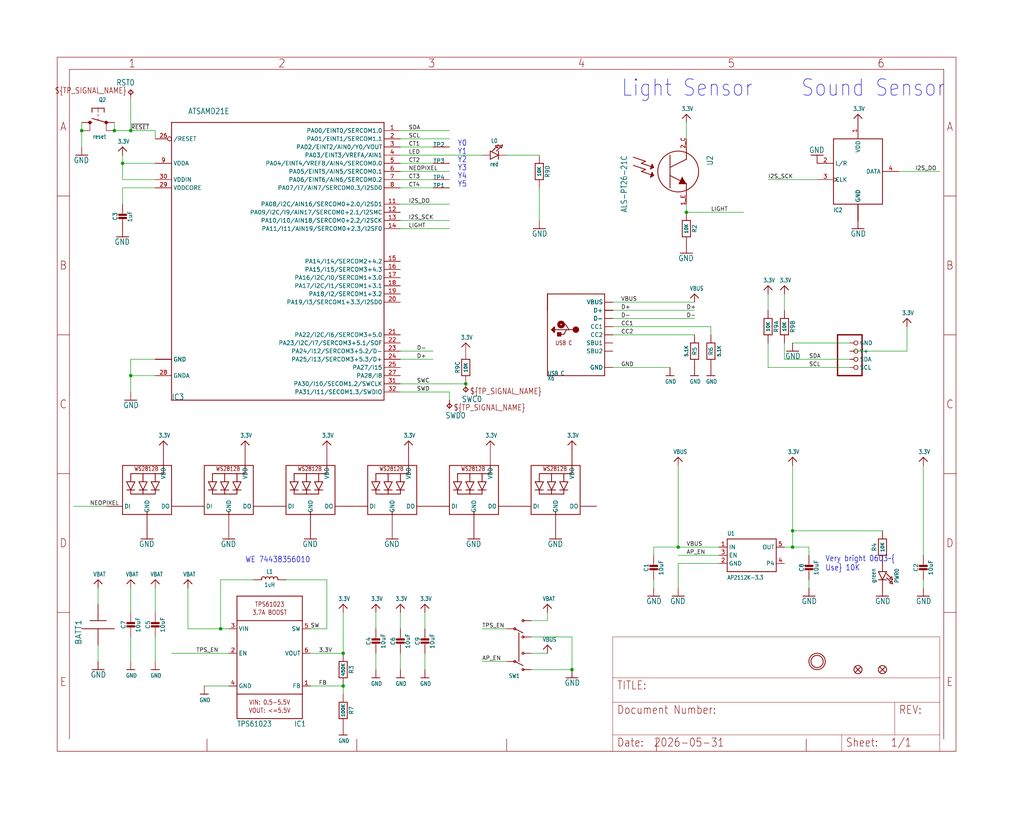
<source format=kicad_sch>
(kicad_sch (version 20230121) (generator eeschema)
  (paper "User" 318.338 254.127)
  (lib_symbols
    (symbol "working-eagle-import:3.3V" (power)
      (property "Value" "3.3V" (at -1.524 1.016 0))
      (symbol "3.3V_1_0"
        (pin power_in line (at 0 -2.54 90) (length 2.54) (name "3.3V") (number "1"))
      )
    )
    (symbol "working-eagle-import:ATSAMD21E"
      (property "Reference" "IC" (at -35.56 -43.18 0))
      (symbol "ATSAMD21E_1_0"
        (pin bidirectional line (at 35.56 40.64 180) (length 5.08) (name "PA00/EINT0/SERCOM1.0") (number "1"))
        (pin power_in line (at -40.64 -30.48 0) (length 5.08) (name "GND") (number "10"))
        (pin bidirectional line (at 35.56 17.78 180) (length 5.08) (name "PA08/I2C/AIN16/SERCOM0+2.0/I2SD1") (number "11"))
        (pin bidirectional line (at 35.56 15.24 180) (length 5.08) (name "PA09/I2C/I9/AIN17/SERCOM0+2.1/I2SMC") (number "12"))
        (pin bidirectional line (at 35.56 12.7 180) (length 5.08) (name "PA10/I10/AIN18/SERCOM0+2.2/I2SCK") (number "13"))
        (pin bidirectional line (at 35.56 10.16 180) (length 5.08) (name "PA11/I11/AIN19/SERCOM0+2.3/I2SF0") (number "14"))
        (pin bidirectional line (at 35.56 0 180) (length 5.08) (name "PA14/I14/SERCOM2+4.2") (number "15"))
        (pin bidirectional line (at 35.56 -2.54 180) (length 5.08) (name "PA15/I15/SERCOM3+4.3") (number "16"))
        (pin bidirectional line (at 35.56 -5.08 180) (length 5.08) (name "PA16/I2C/I0/SERCOM1+3.0") (number "17"))
        (pin bidirectional line (at 35.56 -7.62 180) (length 5.08) (name "PA17/I2C/I1/SERCOM1+3.1") (number "18"))
        (pin bidirectional line (at 35.56 -10.16 180) (length 5.08) (name "PA18/I2/SERCOM1+3.2") (number "19"))
        (pin bidirectional line (at 35.56 38.1 180) (length 5.08) (name "PA01/EINT1/SERCOM1.1") (number "2"))
        (pin bidirectional line (at 35.56 -12.7 180) (length 5.08) (name "PA19/I3/SERCOM1+3.3/I2SD0") (number "20"))
        (pin bidirectional line (at 35.56 -22.86 180) (length 5.08) (name "PA22/I2C/I6/SERCOM3+5.0") (number "21"))
        (pin bidirectional line (at 35.56 -25.4 180) (length 5.08) (name "PA23/I2C/I7/SERCOM3+5.1/SOF") (number "22"))
        (pin bidirectional line (at 35.56 -27.94 180) (length 5.08) (name "PA24/I12/SERCOM3+5.2/D-") (number "23"))
        (pin bidirectional line (at 35.56 -30.48 180) (length 5.08) (name "PA25/I13/SERCOM3+5.3/D+") (number "24"))
        (pin bidirectional line (at 35.56 -33.02 180) (length 5.08) (name "PA27/I15") (number "25"))
        (pin bidirectional inverted (at -40.64 38.1 0) (length 5.08) (name "/RESET") (number "26"))
        (pin bidirectional line (at 35.56 -35.56 180) (length 5.08) (name "PA28/I8") (number "27"))
        (pin power_in line (at -40.64 -35.56 0) (length 5.08) (name "GNDA") (number "28"))
        (pin power_in line (at -40.64 22.86 0) (length 5.08) (name "VDDCORE") (number "29"))
        (pin bidirectional line (at 35.56 35.56 180) (length 5.08) (name "PA02/EINT2/AIN0/Y0/VOUT") (number "3"))
        (pin power_in line (at -40.64 25.4 0) (length 5.08) (name "VDDIN") (number "30"))
        (pin bidirectional line (at 35.56 -38.1 180) (length 5.08) (name "PA30/I10/SECOM1.2/SWCLK") (number "31"))
        (pin bidirectional line (at 35.56 -40.64 180) (length 5.08) (name "PA31/I11/SECOM1.3/SWDIO") (number "32"))
        (pin power_in line (at -40.64 -30.48 0) (length 5.08) (name "GND") (number "33"))
        (pin bidirectional line (at 35.56 33.02 180) (length 5.08) (name "PA03/EINT3/VREFA/AIN1") (number "4"))
        (pin bidirectional line (at 35.56 30.48 180) (length 5.08) (name "PA04/EINT4/VREFB/AIN4/SERCOM0.0") (number "5"))
        (pin bidirectional line (at 35.56 27.94 180) (length 5.08) (name "PA05/EINT5/AIN5/SERCOM0.1") (number "6"))
        (pin bidirectional line (at 35.56 25.4 180) (length 5.08) (name "PA06/EINT6/AIN6/SERCOM0.2") (number "7"))
        (pin bidirectional line (at 35.56 22.86 180) (length 5.08) (name "PA07/I7/AIN7/SERCOM0.3/I2SD0") (number "8"))
        (pin power_in line (at -40.64 30.48 0) (length 5.08) (name "VDDA") (number "9"))
      )
    )
    (symbol "working-eagle-import:BATTERYHOLDER_2XAAA"
      (property "Reference" "BATT" (at -7.62 5.08 0))
      (symbol "BATTERYHOLDER_2XAAA_1_0"
        (pin bidirectional line (at -7.62 0 0) (length 5.08) (name "-") (number "MINUS"))
        (pin bidirectional line (at 5.08 0 180) (length 5.08) (name "+") (number "PLUS"))
      )
    )
    (symbol "working-eagle-import:CAP_CERAMIC0603_NO"
      (property "Reference" "C" (at -2.29 1.25 90))
      (symbol "CAP_CERAMIC0603_NO_1_0"
        (pin passive line (at 0 5.08 270) (length 2.54) (name "1") (number "1"))
        (pin passive line (at 0 -2.54 90) (length 2.54) (name "2") (number "2"))
      )
    )
    (symbol "working-eagle-import:CAP_CERAMIC0805-NOOUTLINE"
      (property "Reference" "C" (at -2.29 1.25 90))
      (symbol "CAP_CERAMIC0805-NOOUTLINE_1_0"
        (pin passive line (at 0 5.08 270) (length 2.54) (name "1") (number "1"))
        (pin passive line (at 0 -2.54 90) (length 2.54) (name "2") (number "2"))
      )
    )
    (symbol "working-eagle-import:FIDUCIAL_1MM")
    (symbol "working-eagle-import:FRAME_A_L"
      (symbol "FRAME_A_L_1_0"
        (text "1" (at 23.2833 213.995 0) (effects (font (size 2.54 2.286))))
        (text "2" (at 69.85 213.995 0) (effects (font (size 2.54 2.286))))
        (text "3" (at 116.4167 213.995 0) (effects (font (size 2.54 2.286))))
        (text "4" (at 162.9833 213.995 0) (effects (font (size 2.54 2.286))))
        (text "5" (at 209.55 213.995 0) (effects (font (size 2.54 2.286))))
        (text "6" (at 256.1167 213.995 0) (effects (font (size 2.54 2.286))))
        (text "A" (at 1.905 194.31 0) (effects (font (size 2.54 2.286))))
        (text "A" (at 277.495 194.31 0) (effects (font (size 2.54 2.286))))
        (text "B" (at 1.905 151.13 0) (effects (font (size 2.54 2.286))))
        (text "B" (at 277.495 151.13 0) (effects (font (size 2.54 2.286))))
        (text "C" (at 1.905 107.95 0) (effects (font (size 2.54 2.286))))
        (text "C" (at 277.495 107.95 0) (effects (font (size 2.54 2.286))))
        (text "D" (at 1.905 64.77 0) (effects (font (size 2.54 2.286))))
        (text "D" (at 277.495 64.77 0) (effects (font (size 2.54 2.286))))
        (text "E" (at 1.905 21.59 0) (effects (font (size 2.54 2.286))))
        (text "E" (at 277.495 21.59 0) (effects (font (size 2.54 2.286))))
      )
      (symbol "FRAME_A_L_2_0"
        (text "${#}/${##}" (at 86.36 1.27 0) (effects (font (size 2.54 2.159)) (justify left bottom)))
        (text "${CURRENT_DATE}" (at 12.7 1.27 0) (effects (font (size 2.54 2.159)) (justify left bottom)))
        (text "${PROJECTNAME}" (at 17.78 19.05 0) (effects (font (size 2.54 2.159)) (justify left bottom)))
        (text "Date:" (at 1.27 1.27 0) (effects (font (size 2.54 2.159)) (justify left bottom)))
        (text "Document Number:" (at 1.27 11.43 0) (effects (font (size 2.54 2.159)) (justify left bottom)))
        (text "REV:" (at 88.9 11.43 0) (effects (font (size 2.54 2.159)) (justify left bottom)))
        (text "Sheet:" (at 72.39 1.27 0) (effects (font (size 2.54 2.159)) (justify left bottom)))
        (text "TITLE:" (at 1.27 19.05 0) (effects (font (size 2.54 2.159)) (justify left bottom)))
      )
    )
    (symbol "working-eagle-import:INDUCTORTDK_VLC5045"
      (property "Reference" "L" (at 0 2.54 0))
      (symbol "INDUCTORTDK_VLC5045_1_0"
        (pin passive line (at -5.08 0 0) (length 2.54) (name "1") (number "P$1"))
        (pin passive line (at 5.08 0 180) (length 2.54) (name "2") (number "P$2"))
      )
    )
    (symbol "working-eagle-import:LED0603_NOOUTLINE"
      (property "Reference" "D" (at -1.27 4.445 0))
      (symbol "LED0603_NOOUTLINE_1_0"
        (pin passive line (at -5.08 0 0) (length 2.54) (name "A") (number "A"))
        (pin passive line (at 2.54 0 180) (length 2.54) (name "C") (number "C"))
      )
    )
    (symbol "working-eagle-import:MIC_PDM_SPK0415"
      (property "Reference" "IC" (at -7.62 -12.7 0))
      (symbol "MIC_PDM_SPK0415_1_0"
        (pin power_in line (at 0 15.24 270) (length 5.08) (name "VDD") (number "1"))
        (pin input line (at -12.7 2.54 0) (length 5.08) (name "L/R") (number "2"))
        (pin input clock (at -12.7 -2.54 0) (length 5.08) (name "CLK") (number "3"))
        (pin bidirectional line (at 12.7 0 180) (length 5.08) (name "DATA") (number "4"))
        (pin power_in line (at 0 -15.24 90) (length 5.08) (name "GND") (number "5"))
        (pin power_in line (at 0 -15.24 90) (length 5.08) (name "GND") (number "6"))
        (pin power_in line (at 0 -15.24 90) (length 5.08) (name "GND") (number "7"))
        (pin power_in line (at 0 -15.24 90) (length 5.08) (name "GND") (number "8"))
      )
    )
    (symbol "working-eagle-import:MOUNTINGHOLE3.0THIN")
    (symbol "working-eagle-import:PHOTOTRANSISTOR_PT26-21C"
      (property "Reference" "U" (at 8.89 5.08 90))
      (symbol "PHOTOTRANSISTOR_PT26-21C_1_0"
        (pin bidirectional line (at 2.54 -10.16 90) (length 2.54) (name "E") (number "1_E"))
        (pin bidirectional line (at 2.54 10.16 270) (length 2.54) (name "C") (number "2_C"))
      )
    )
    (symbol "working-eagle-import:RESISTOR_0603_NOOUT"
      (property "Reference" "R" (at 0 2.54 0))
      (symbol "RESISTOR_0603_NOOUT_1_0"
        (pin passive line (at -5.08 0 0) (length 2.54) (name "1") (number "1"))
        (pin passive line (at 5.08 0 180) (length 2.54) (name "2") (number "2"))
      )
    )
    (symbol "working-eagle-import:RESISTOR_4PACK"
      (property "Reference" "R" (at 0 2.54 0))
      (symbol "RESISTOR_4PACK_1_0"
        (pin passive line (at -5.08 0 0) (length 2.54) (name "1") (number "1"))
        (pin passive line (at 5.08 0 180) (length 2.54) (name "2") (number "8"))
      )
      (symbol "RESISTOR_4PACK_2_0"
        (pin passive line (at -5.08 0 0) (length 2.54) (name "1") (number "2"))
        (pin passive line (at 5.08 0 180) (length 2.54) (name "2") (number "7"))
      )
      (symbol "RESISTOR_4PACK_3_0"
        (pin passive line (at -5.08 0 0) (length 2.54) (name "1") (number "3"))
        (pin passive line (at 5.08 0 180) (length 2.54) (name "2") (number "6"))
      )
      (symbol "RESISTOR_4PACK_4_0"
        (pin passive line (at -5.08 0 0) (length 2.54) (name "1") (number "4"))
        (pin passive line (at 5.08 0 180) (length 2.54) (name "2") (number "5"))
      )
    )
    (symbol "working-eagle-import:SEWTAPPCB_ALLIGATOR"
      (property "Reference" "TP" (at 0 0 0))
      (symbol "SEWTAPPCB_ALLIGATOR_1_0"
        (pin bidirectional line (at 0 0 0) (length 5.08) (name "SEW") (number "P$1"))
      )
    )
    (symbol "working-eagle-import:STEMMA_I2C_QT"
      (symbol "STEMMA_I2C_QT_1_0"
        (pin passive inverted (at 0 5.08 0) (length 2.54) (name "GND") (number "1"))
        (pin passive inverted (at 0 2.54 0) (length 2.54) (name "V+") (number "2"))
        (pin passive inverted (at 0 0 0) (length 2.54) (name "SDA") (number "3"))
        (pin passive inverted (at 0 -2.54 0) (length 2.54) (name "SCL") (number "4"))
      )
      (symbol "STEMMA_I2C_QT_2_0"
        (pin bidirectional line (at 0 0 0) (length 5.08) (name "MT") (number "MT1"))
      )
      (symbol "STEMMA_I2C_QT_3_0"
        (pin bidirectional line (at 0 0 0) (length 5.08) (name "MT") (number "MT2"))
      )
    )
    (symbol "working-eagle-import:SWITCH_DPDTEG1390"
      (property "Reference" "SW" (at -4.445 8.89 0))
      (symbol "SWITCH_DPDTEG1390_1_0"
        (pin passive line (at 2.54 7.62 180) (length 2.54) (name "O1") (number "O1"))
        (pin passive line (at 2.54 -2.54 180) (length 2.54) (name "O2") (number "O2"))
        (pin passive line (at -5.08 5.08 0) (length 2.54) (name "P1") (number "P1"))
        (pin passive line (at -5.08 -5.08 0) (length 2.54) (name "P2") (number "P2"))
        (pin passive line (at 2.54 2.54 180) (length 2.54) (name "S1") (number "S1"))
        (pin passive line (at 2.54 -7.62 180) (length 2.54) (name "S2") (number "S2"))
      )
    )
    (symbol "working-eagle-import:SWITCH_TACT_SMT4.6X2.8"
      (property "Reference" "SW" (at -2.54 6.35 0))
      (symbol "SWITCH_TACT_SMT4.6X2.8_1_0"
        (pin passive line (at -5.08 0 0) (length 2.54) (name "P") (number "A"))
        (pin passive line (at -5.08 -2.54 0) (length 2.54) (name "P1") (number "A'"))
        (pin passive line (at 5.08 0 180) (length 2.54) (name "S") (number "B"))
        (pin passive line (at 5.08 -2.54 180) (length 2.54) (name "S1") (number "B'"))
      )
    )
    (symbol "working-eagle-import:TPS61023"
      (property "Reference" "IC" (at -10.16 22.86 0))
      (symbol "TPS61023_1_0"
        (text "3.7A BOOST" (at 0 15.24 0) (effects (font (size 1.4224 1.209))))
        (text "TPS61023" (at 0 17.78 0) (effects (font (size 1.4224 1.209))))
        (text "VIN: 0.5-5.5V" (at 0 -12.7 0) (effects (font (size 1.4224 1.209))))
        (text "VOUT: <=5.5V" (at 0 -15.24 0) (effects (font (size 1.4224 1.209))))
        (pin input line (at 12.7 -7.62 180) (length 2.54) (name "FB") (number "1"))
        (pin input line (at -12.7 2.54 0) (length 2.54) (name "EN") (number "2"))
        (pin power_in line (at -12.7 10.16 0) (length 2.54) (name "VIN") (number "3"))
        (pin power_in line (at -12.7 -7.62 0) (length 2.54) (name "GND") (number "4"))
        (pin input line (at 12.7 10.16 180) (length 2.54) (name "SW") (number "5"))
        (pin power_in line (at 12.7 2.54 180) (length 2.54) (name "VOUT") (number "6"))
      )
    )
    (symbol "working-eagle-import:TPTP17R"
      (property "Reference" "TP" (at -1.27 1.27 0))
      (symbol "TPTP17R_1_0"
        (text "${TP_SIGNAL_NAME}" (at 1.27 -1.27 0) (effects (font (size 1.778 1.5113)) (justify left bottom)))
        (pin input line (at 0 -2.54 90) (length 2.54) (name "TP") (number "TP"))
      )
    )
    (symbol "working-eagle-import:USB_C"
      (property "Reference" "X" (at -10.16 13.716 0))
      (symbol "USB_C_1_0"
        (text "USB C" (at -5.08 -2.54 0) (effects (font (size 1.27 1.0795))))
        (pin power_in line (at 10.16 -10.16 180) (length 2.54) (name "GND") (number "A1B12"))
        (pin power_in line (at 10.16 10.16 180) (length 2.54) (name "VBUS") (number "A4B9"))
        (pin bidirectional line (at 10.16 2.54 180) (length 2.54) (name "CC1") (number "A5"))
        (pin bidirectional line (at 10.16 7.62 180) (length 2.54) (name "D+") (number "A6"))
        (pin bidirectional line (at 10.16 5.08 180) (length 2.54) (name "D-") (number "A7"))
        (pin bidirectional line (at 10.16 -2.54 180) (length 2.54) (name "SBU1") (number "A8"))
        (pin power_in line (at 10.16 -10.16 180) (length 2.54) (name "GND") (number "B1A12"))
        (pin power_in line (at 10.16 10.16 180) (length 2.54) (name "VBUS") (number "B4A9"))
        (pin bidirectional line (at 10.16 0 180) (length 2.54) (name "CC2") (number "B5"))
        (pin bidirectional line (at 10.16 7.62 180) (length 2.54) (name "D+") (number "B6"))
        (pin bidirectional line (at 10.16 5.08 180) (length 2.54) (name "D-") (number "B7"))
        (pin bidirectional line (at 10.16 -5.08 180) (length 2.54) (name "SBU2") (number "B8"))
      )
    )
    (symbol "working-eagle-import:VBAT" (power)
      (property "Value" "VBAT" (at -1.524 1.016 0))
      (symbol "VBAT_1_0"
        (pin power_in line (at 0 -2.54 90) (length 2.54) (name "VBAT") (number "1"))
      )
    )
    (symbol "working-eagle-import:VBUS" (power)
      (property "Value" "VBUS" (at -1.524 1.016 0))
      (symbol "VBUS_1_0"
        (pin power_in line (at 0 -2.54 90) (length 2.54) (name "VBUS") (number "1"))
      )
    )
    (symbol "working-eagle-import:VREG_SOT23-5"
      (property "Reference" "U" (at -7.62 6.096 0))
      (symbol "VREG_SOT23-5_1_0"
        (pin power_in line (at -10.16 2.54 0) (length 2.54) (name "IN") (number "1"))
        (pin power_in line (at -10.16 -2.54 0) (length 2.54) (name "GND") (number "2"))
        (pin input line (at -10.16 0 0) (length 2.54) (name "EN") (number "3"))
        (pin bidirectional line (at 10.16 -2.54 180) (length 2.54) (name "P4") (number "4"))
        (pin power_in line (at 10.16 2.54 180) (length 2.54) (name "OUT") (number "5"))
      )
    )
    (symbol "working-eagle-import:WS2812B_4020"
      (symbol "WS2812B_4020_1_0"
        (text "WS2812B" (at -4.064 8.382 0) (effects (font (size 1.27 1.0795)) (justify left bottom)))
        (pin input line (at -12.7 -2.54 0) (length 5.08) (name "DI") (number "1"))
        (pin power_in line (at 5.08 15.24 270) (length 5.08) (name "VDD") (number "2"))
        (pin output line (at 12.7 -2.54 180) (length 5.08) (name "DO") (number "3"))
        (pin power_in line (at 0 -10.16 90) (length 5.08) (name "GND") (number "4"))
      )
    )
    (symbol "working-eagle-import:microbuilder_GND" (power)
      (property "Value" "microbuilder_GND" (at -1.524 -2.54 0))
      (symbol "microbuilder_GND_1_0"
        (pin power_in line (at 0 2.54 270) (length 2.54) (name "GND") (number "1"))
      )
    )
    (symbol "working-eagle-import:supply1_GND" (power)
      (property "Value" "supply1_GND" (at -2.54 -2.54 0))
      (symbol "supply1_GND_1_0"
        (pin power_in line (at 0 2.54 270) (length 2.54) (name "GND") (number "1"))
      )
    )
  )
  (junction (at 213.36 66.04))
  (junction (at 38.1 50.8))
  (junction (at 210.82 170.18))
  (junction (at 246.38 170.18))
  (junction (at 40.64 40.64))
  (junction (at 106.68 213.36))
  (junction (at 68.58 195.58))
  (junction (at 40.64 116.84))
  (junction (at 35.56 40.64))
  (junction (at 25.4 40.64))
  (junction (at 246.38 165.1))
  (junction (at 177.8 208.28))
  (junction (at 144.78 119.38))
  (junction (at 106.68 203.2))
  (wire (pts (xy 190.5 104.14) (xy 215.9 104.14)) (stroke (width 0.1524)))
  (wire (pts (xy 40.64 30.48) (xy 40.64 40.64)) (stroke (width 0.1524)))
  (wire (pts (xy 30.48 187.96) (xy 30.48 182.88)) (stroke (width 0.1524)))
  (wire (pts (xy 124.46 71.12) (xy 139.7 71.12)) (stroke (width 0.1524)))
  (wire (pts (xy 25.4 45.72) (xy 25.4 40.64)) (stroke (width 0.1524)))
  (wire (pts (xy 246.38 170.18) (xy 251.46 170.18)) (stroke (width 0.1524)))
  (wire (pts (xy 208.28 114.3) (xy 190.5 114.3)) (stroke (width 0.1524)))
  (wire (pts (xy 223.52 175.26) (xy 210.82 175.26)) (stroke (width 0.1524)))
  (wire (pts (xy 215.9 93.98) (xy 190.5 93.98)) (stroke (width 0.1524)))
  (wire (pts (xy 106.68 213.36) (xy 106.68 215.9)) (stroke (width 0.1524)))
  (wire (pts (xy 203.2 172.72) (xy 203.2 170.18)) (stroke (width 0.1524)))
  (wire (pts (xy 30.48 200.66) (xy 30.48 205.74)) (stroke (width 0.1524)))
  (wire (pts (xy 124.46 53.34) (xy 139.7 53.34)) (stroke (width 0.1524)))
  (wire (pts (xy 210.82 170.18) (xy 223.52 170.18)) (stroke (width 0.1524)))
  (wire (pts (xy 106.68 203.2) (xy 96.52 203.2)) (stroke (width 0.1524)))
  (wire (pts (xy 238.76 114.3) (xy 238.76 106.68)) (stroke (width 0.1524)))
  (wire (pts (xy 210.82 144.78) (xy 210.82 170.18)) (stroke (width 0.1524)))
  (wire (pts (xy 124.46 121.92) (xy 139.7 121.92)) (stroke (width 0.1524)))
  (wire (pts (xy 106.68 190.5) (xy 106.68 203.2)) (stroke (width 0.1524)))
  (wire (pts (xy 48.26 111.76) (xy 40.64 111.76)) (stroke (width 0.1524)))
  (wire (pts (xy 264.16 109.22) (xy 281.94 109.22)) (stroke (width 0.1524)))
  (wire (pts (xy 40.64 116.84) (xy 40.64 121.92)) (stroke (width 0.1524)))
  (wire (pts (xy 243.84 111.76) (xy 243.84 106.68)) (stroke (width 0.1524)))
  (wire (pts (xy 246.38 170.18) (xy 246.38 165.1)) (stroke (width 0.1524)))
  (wire (pts (xy 40.64 111.76) (xy 40.64 116.84)) (stroke (width 0.1524)))
  (wire (pts (xy 48.26 58.42) (xy 38.1 58.42)) (stroke (width 0.1524)))
  (wire (pts (xy 116.84 203.2) (xy 116.84 208.28)) (stroke (width 0.1524)))
  (wire (pts (xy 116.84 190.5) (xy 116.84 195.58)) (stroke (width 0.1524)))
  (wire (pts (xy 48.26 40.64) (xy 48.26 43.18)) (stroke (width 0.1524)))
  (wire (pts (xy 213.36 43.18) (xy 213.36 38.1)) (stroke (width 0.1524)))
  (wire (pts (xy 251.46 170.18) (xy 251.46 172.72)) (stroke (width 0.1524)))
  (wire (pts (xy 132.08 190.5) (xy 132.08 195.58)) (stroke (width 0.1524)))
  (wire (pts (xy 210.82 175.26) (xy 210.82 182.88)) (stroke (width 0.1524)))
  (wire (pts (xy 124.46 203.2) (xy 124.46 208.28)) (stroke (width 0.1524)))
  (wire (pts (xy 279.4 53.34) (xy 292.1 53.34)) (stroke (width 0.1524)))
  (wire (pts (xy 38.1 58.42) (xy 38.1 63.5)) (stroke (width 0.1524)))
  (wire (pts (xy 124.46 119.38) (xy 144.78 119.38)) (stroke (width 0.1524)))
  (wire (pts (xy 213.36 66.04) (xy 231.14 66.04)) (stroke (width 0.1524)))
  (wire (pts (xy 246.38 170.18) (xy 243.84 170.18)) (stroke (width 0.1524)))
  (wire (pts (xy 167.64 58.42) (xy 167.64 68.58)) (stroke (width 0.1524)))
  (wire (pts (xy 124.46 190.5) (xy 124.46 195.58)) (stroke (width 0.1524)))
  (wire (pts (xy 238.76 91.44) (xy 238.76 96.52)) (stroke (width 0.1524)))
  (wire (pts (xy 254 55.88) (xy 238.76 55.88)) (stroke (width 0.1524)))
  (wire (pts (xy 246.38 144.78) (xy 246.38 165.1)) (stroke (width 0.1524)))
  (wire (pts (xy 134.62 55.88) (xy 124.46 55.88)) (stroke (width 0.1524)))
  (wire (pts (xy 124.46 50.8) (xy 134.62 50.8)) (stroke (width 0.1524)))
  (wire (pts (xy 38.1 50.8) (xy 38.1 48.26)) (stroke (width 0.1524)))
  (wire (pts (xy 134.62 58.42) (xy 124.46 58.42)) (stroke (width 0.1524)))
  (wire (pts (xy 58.42 182.88) (xy 58.42 195.58)) (stroke (width 0.1524)))
  (wire (pts (xy 48.26 116.84) (xy 40.64 116.84)) (stroke (width 0.1524)))
  (wire (pts (xy 177.8 198.12) (xy 177.8 208.28)) (stroke (width 0.1524)))
  (wire (pts (xy 170.18 193.04) (xy 170.18 190.5)) (stroke (width 0.1524)))
  (wire (pts (xy 165.1 203.2) (xy 170.18 203.2)) (stroke (width 0.1524)))
  (wire (pts (xy 71.12 213.36) (xy 63.5 213.36)) (stroke (width 0.1524)))
  (wire (pts (xy 264.16 106.68) (xy 246.38 106.68)) (stroke (width 0.1524)))
  (wire (pts (xy 48.26 182.88) (xy 48.26 190.5)) (stroke (width 0.1524)))
  (wire (pts (xy 165.1 193.04) (xy 170.18 193.04)) (stroke (width 0.1524)))
  (wire (pts (xy 287.02 182.88) (xy 287.02 180.34)) (stroke (width 0.1524)))
  (wire (pts (xy 25.4 38.1) (xy 25.4 40.64)) (stroke (width 0.1524)))
  (wire (pts (xy 220.98 101.6) (xy 220.98 104.14)) (stroke (width 0.1524)))
  (wire (pts (xy 48.26 50.8) (xy 38.1 50.8)) (stroke (width 0.1524)))
  (wire (pts (xy 124.46 109.22) (xy 134.62 109.22)) (stroke (width 0.1524)))
  (wire (pts (xy 40.64 198.12) (xy 40.64 205.74)) (stroke (width 0.1524)))
  (wire (pts (xy 157.48 205.74) (xy 149.86 205.74)) (stroke (width 0.1524)))
  (wire (pts (xy 124.46 48.26) (xy 149.86 48.26)) (stroke (width 0.1524)))
  (wire (pts (xy 139.7 121.92) (xy 139.7 124.46)) (stroke (width 0.1524)))
  (wire (pts (xy 124.46 68.58) (xy 139.7 68.58)) (stroke (width 0.1524)))
  (wire (pts (xy 132.08 203.2) (xy 132.08 208.28)) (stroke (width 0.1524)))
  (wire (pts (xy 264.16 114.3) (xy 238.76 114.3)) (stroke (width 0.1524)))
  (wire (pts (xy 40.64 190.5) (xy 40.64 182.88)) (stroke (width 0.1524)))
  (wire (pts (xy 101.6 180.34) (xy 88.9 180.34)) (stroke (width 0.1524)))
  (wire (pts (xy 48.26 55.88) (xy 38.1 55.88)) (stroke (width 0.1524)))
  (wire (pts (xy 124.46 63.5) (xy 139.7 63.5)) (stroke (width 0.1524)))
  (wire (pts (xy 287.02 144.78) (xy 287.02 172.72)) (stroke (width 0.1524)))
  (wire (pts (xy 251.46 182.88) (xy 251.46 180.34)) (stroke (width 0.1524)))
  (wire (pts (xy 223.52 172.72) (xy 210.82 172.72)) (stroke (width 0.1524)))
  (wire (pts (xy 40.64 40.64) (xy 48.26 40.64)) (stroke (width 0.1524)))
  (wire (pts (xy 48.26 198.12) (xy 48.26 205.74)) (stroke (width 0.1524)))
  (wire (pts (xy 190.5 99.06) (xy 215.9 99.06)) (stroke (width 0.1524)))
  (wire (pts (xy 157.48 195.58) (xy 149.86 195.58)) (stroke (width 0.1524)))
  (wire (pts (xy 213.36 66.04) (xy 213.36 63.5)) (stroke (width 0.1524)))
  (wire (pts (xy 35.56 40.64) (xy 35.56 38.1)) (stroke (width 0.1524)))
  (wire (pts (xy 139.7 43.18) (xy 124.46 43.18)) (stroke (width 0.1524)))
  (wire (pts (xy 134.62 111.76) (xy 124.46 111.76)) (stroke (width 0.1524)))
  (wire (pts (xy 96.52 213.36) (xy 106.68 213.36)) (stroke (width 0.1524)))
  (wire (pts (xy 246.38 165.1) (xy 274.32 165.1)) (stroke (width 0.1524)))
  (wire (pts (xy 190.5 101.6) (xy 220.98 101.6)) (stroke (width 0.1524)))
  (wire (pts (xy 38.1 55.88) (xy 38.1 50.8)) (stroke (width 0.1524)))
  (wire (pts (xy 58.42 195.58) (xy 68.58 195.58)) (stroke (width 0.1524)))
  (wire (pts (xy 190.5 96.52) (xy 215.9 96.52)) (stroke (width 0.1524)))
  (wire (pts (xy 165.1 198.12) (xy 177.8 198.12)) (stroke (width 0.1524)))
  (wire (pts (xy 264.16 111.76) (xy 243.84 111.76)) (stroke (width 0.1524)))
  (wire (pts (xy 177.8 208.28) (xy 165.1 208.28)) (stroke (width 0.1524)))
  (wire (pts (xy 124.46 40.64) (xy 139.7 40.64)) (stroke (width 0.1524)))
  (wire (pts (xy 210.82 170.18) (xy 203.2 170.18)) (stroke (width 0.1524)))
  (wire (pts (xy 68.58 195.58) (xy 71.12 195.58)) (stroke (width 0.1524)))
  (wire (pts (xy 35.56 40.64) (xy 40.64 40.64)) (stroke (width 0.1524)))
  (wire (pts (xy 157.48 48.26) (xy 167.64 48.26)) (stroke (width 0.1524)))
  (wire (pts (xy 78.74 180.34) (xy 68.58 180.34)) (stroke (width 0.1524)))
  (wire (pts (xy 203.2 182.88) (xy 203.2 180.34)) (stroke (width 0.1524)))
  (wire (pts (xy 101.6 195.58) (xy 101.6 180.34)) (stroke (width 0.1524)))
  (wire (pts (xy 281.94 109.22) (xy 281.94 101.6)) (stroke (width 0.1524)))
  (wire (pts (xy 124.46 45.72) (xy 134.62 45.72)) (stroke (width 0.1524)))
  (wire (pts (xy 71.12 203.2) (xy 53.34 203.2)) (stroke (width 0.1524)))
  (wire (pts (xy 33.02 157.48) (xy 22.86 157.48)) (stroke (width 0.1524)))
  (wire (pts (xy 68.58 195.58) (xy 68.58 180.34)) (stroke (width 0.1524)))
  (wire (pts (xy 96.52 195.58) (xy 101.6 195.58)) (stroke (width 0.1524)))
  (wire (pts (xy 243.84 91.44) (xy 243.84 96.52)) (stroke (width 0.1524)))
  (text "Light Sensor" (at 193.04 30.48 0) (effects (font (size 5.08 4.318)) (justify left bottom)))
  (text "Y5" (at 142.24 58.42 0) (effects (font (size 1.778 1.5113)) (justify left bottom)))
  (text "Very bright 0603~{\nUse} 10K" (at 256.54 177.8 0) (effects (font (size 1.778 1.5113)) (justify left bottom)))
  (text "Y4" (at 142.24 55.88 0) (effects (font (size 1.778 1.5113)) (justify left bottom)))
  (text "Y2" (at 142.24 50.8 0) (effects (font (size 1.778 1.5113)) (justify left bottom)))
  (text "Y1" (at 142.24 48.26 0) (effects (font (size 1.778 1.5113)) (justify left bottom)))
  (text "Y3" (at 142.24 53.34 0) (effects (font (size 1.778 1.5113)) (justify left bottom)))
  (text "WE 74438356010" (at 76.2 175.26 0) (effects (font (size 1.778 1.5113)) (justify left bottom)))
  (text "Y0" (at 142.24 45.72 0) (effects (font (size 1.778 1.5113)) (justify left bottom)))
  (text "Sound Sensor" (at 248.92 30.48 0) (effects (font (size 5.08 4.318)) (justify left bottom)))
  (label "FB" (at 99.06 213.36 0) (effects (font (size 1.2446 1.2446))))
  (label "VBUS" (at 213.36 170.18 0) (effects (font (size 1.2446 1.2446))))
  (label "NEOPIXEL" (at 27.94 157.48 0) (effects (font (size 1.2446 1.2446))))
  (label "CT3" (at 127 55.88 0) (effects (font (size 1.2446 1.2446))))
  (label "~{RESET}" (at 40.64 40.64 0) (effects (font (size 1.2446 1.2446))))
  (label "TPS_EN" (at 60.96 203.2 0) (effects (font (size 1.2446 1.2446))))
  (label "CT4" (at 127 58.42 0) (effects (font (size 1.2446 1.2446))))
  (label "AP_EN" (at 213.36 172.72 0) (effects (font (size 1.2446 1.2446))))
  (label "SCL" (at 251.46 114.3 0) (effects (font (size 1.2446 1.2446))))
  (label "I2S_SCK" (at 127 68.58 0) (effects (font (size 1.2446 1.2446))))
  (label "LIGHT" (at 220.98 66.04 0) (effects (font (size 1.2446 1.2446))))
  (label "CC1" (at 193.04 101.6 0) (effects (font (size 1.2446 1.2446))))
  (label "SCL" (at 127 43.18 0) (effects (font (size 1.2446 1.2446))))
  (label "D-" (at 129.54 109.22 0) (effects (font (size 1.2446 1.2446))))
  (label "CT2" (at 127 50.8 0) (effects (font (size 1.2446 1.2446))))
  (label "D-" (at 193.04 99.06 0) (effects (font (size 1.2446 1.2446))))
  (label "GND" (at 193.04 114.3 0) (effects (font (size 1.2446 1.2446))))
  (label "SDA" (at 251.46 111.76 0) (effects (font (size 1.2446 1.2446))))
  (label "LED" (at 127 48.26 0) (effects (font (size 1.2446 1.2446))))
  (label "LIGHT" (at 127 71.12 0) (effects (font (size 1.2446 1.2446))))
  (label "D+" (at 213.36 96.52 0) (effects (font (size 1.2446 1.2446))))
  (label "NEOPIXEL" (at 127 53.34 0) (effects (font (size 1.2446 1.2446))))
  (label "AP_EN" (at 149.86 205.74 0) (effects (font (size 1.2446 1.2446))))
  (label "SW" (at 96.52 195.58 0) (effects (font (size 1.2446 1.2446))))
  (label "VBUS" (at 193.04 93.98 0) (effects (font (size 1.2446 1.2446))))
  (label "3.3V" (at 99.06 203.2 0) (effects (font (size 1.2446 1.2446))))
  (label "I2S_SCK" (at 238.76 55.88 0) (effects (font (size 1.2446 1.2446))))
  (label "D-" (at 213.36 99.06 0) (effects (font (size 1.2446 1.2446))))
  (label "I2S_DO" (at 284.48 53.34 0) (effects (font (size 1.2446 1.2446))))
  (label "D+" (at 193.04 96.52 0) (effects (font (size 1.2446 1.2446))))
  (label "I2S_DO" (at 127 63.5 0) (effects (font (size 1.2446 1.2446))))
  (label "SWD" (at 129.54 121.92 0) (effects (font (size 1.2446 1.2446))))
  (label "SWC" (at 129.54 119.38 0) (effects (font (size 1.2446 1.2446))))
  (label "SDA" (at 127 40.64 0) (effects (font (size 1.2446 1.2446))))
  (label "D+" (at 129.54 111.76 0) (effects (font (size 1.2446 1.2446))))
  (label "TPS_EN" (at 149.86 195.58 0) (effects (font (size 1.2446 1.2446))))
  (label "CC2" (at 193.04 104.14 0) (effects (font (size 1.2446 1.2446))))
  (label "CT1" (at 127 45.72 0) (effects (font (size 1.2446 1.2446))))
  (symbol (lib_id "working-eagle-import:supply1_GND") (at 266.7 71.12 0) (mirror y) (unit 1)
    (property "Reference" "#GND8" (effects hide))
    (property "Value" "GND" (at 269.24 73.66 0) (effects (font (size 1.778 1.5113)) (justify left bottom)))
  )
  (symbol (lib_id "working-eagle-import:CAP_CERAMIC0805-NOOUTLINE") (at 132.08 200.66 0) (unit 1)
    (property "Reference" "C9" (at 129.79 199.41 90))
    (property "Value" "10uF" (at 134.38 199.41 90))
    (property "Footprint" "working:0805-NO" (effects hide))
  )
  (symbol (lib_id "working-eagle-import:PHOTOTRANSISTOR_PT26-21C") (at 210.82 53.34 0) (unit 1)
    (property "Reference" "U2" (at 219.71 48.26 90) (effects (font (size 1.778 1.5113)) (justify right top)))
    (property "Value" "ALS-PT26-21C" (at 193.04 48.26 90) (effects (font (size 1.778 1.5113)) (justify right top)))
    (property "Footprint" "working:ALS-PT26-21C" (effects hide))
  )
  (symbol (lib_id "working-eagle-import:LED0603_NOOUTLINE") (at 154.94 48.26 0) (unit 1)
    (property "Reference" "L0" (at 153.67 43.815 0) (effects (font (size 1.27 1.0795))))
    (property "Value" "red" (at 153.67 51.054 0) (effects (font (size 1.27 1.0795))))
    (property "Footprint" "working:CHIPLED_0603_NOOUTLINE" (effects hide))
  )
  (symbol (lib_id "working-eagle-import:microbuilder_GND") (at 63.5 215.9 0) (unit 1)
    (property "Reference" "#U$13" (effects hide))
    (property "Value" "GND" (at 61.976 218.44 0) (effects (font (size 1.27 1.0795)) (justify left bottom)))
  )
  (symbol (lib_id "working-eagle-import:VBAT") (at 48.26 180.34 0) (unit 1)
    (property "Reference" "#U$12" (effects hide))
    (property "Value" "VBAT" (at 46.736 179.324 0) (effects (font (size 1.27 1.0795)) (justify left bottom)))
  )
  (symbol (lib_id "working-eagle-import:supply1_GND") (at 177.8 210.82 0) (mirror y) (unit 1)
    (property "Reference" "#GND2" (effects hide))
    (property "Value" "GND" (at 180.34 213.36 0) (effects (font (size 1.778 1.5113)) (justify left bottom)))
  )
  (symbol (lib_id "working-eagle-import:SEWTAPPCB_ALLIGATOR") (at 134.62 58.42 0) (unit 1)
    (property "Reference" "TP1" (at 134.62 58.42 0) (effects (justify left bottom)))
    (property "Value" "SEWTAPPCB_ALLIGATOR" (effects hide))
    (property "Footprint" "working:PCB_ALLI" (effects hide))
  )
  (symbol (lib_id "working-eagle-import:supply1_GND") (at 213.36 78.74 0) (unit 1)
    (property "Reference" "#GND24" (effects hide))
    (property "Value" "GND" (at 210.82 81.28 0) (effects (font (size 1.778 1.5113)) (justify left bottom)))
  )
  (symbol (lib_id "working-eagle-import:supply1_GND") (at 147.32 167.64 0) (unit 1)
    (property "Reference" "#GND16" (effects hide))
    (property "Value" "GND" (at 144.78 170.18 0) (effects (font (size 1.778 1.5113)) (justify left bottom)))
  )
  (symbol (lib_id "working-eagle-import:TPS61023") (at 83.82 205.74 0) (unit 1)
    (property "Reference" "IC1" (at 91.44 226.06 0) (effects (font (size 1.6764 1.4249)) (justify left bottom)))
    (property "Value" "TPS61023" (at 73.66 226.06 0) (effects (font (size 1.6764 1.4249)) (justify left bottom)))
    (property "Footprint" "working:SOT563" (effects hide))
  )
  (symbol (lib_id "working-eagle-import:3.3V") (at 177.8 137.16 0) (unit 1)
    (property "Reference" "#U$31" (effects hide))
    (property "Value" "3.3V" (at 176.276 136.144 0) (effects (font (size 1.27 1.0795)) (justify left bottom)))
  )
  (symbol (lib_id "working-eagle-import:CAP_CERAMIC0805-NOOUTLINE") (at 40.64 195.58 0) (unit 1)
    (property "Reference" "C7" (at 38.35 194.33 90))
    (property "Value" "10uF" (at 42.94 194.33 90))
    (property "Footprint" "working:0805-NO" (effects hide))
  )
  (symbol (lib_id "working-eagle-import:BATTERYHOLDER_2XAAA") (at 30.48 193.04 90) (unit 1)
    (property "Reference" "BATT1" (at 25.4 200.66 0) (effects (font (size 1.778 1.778)) (justify left bottom)))
    (property "Value" "BATTERYHOLDER_2XAAA" (effects hide))
    (property "Footprint" "working:2XAAA" (effects hide))
  )
  (symbol (lib_id "working-eagle-import:supply1_GND") (at 25.4 48.26 0) (unit 1)
    (property "Reference" "#GND14" (effects hide))
    (property "Value" "GND" (at 22.86 50.8 0) (effects (font (size 1.778 1.5113)) (justify left bottom)))
  )
  (symbol (lib_id "working-eagle-import:microbuilder_GND") (at 208.28 116.84 0) (unit 1)
    (property "Reference" "#U$5" (effects hide))
    (property "Value" "GND" (at 206.756 119.38 0) (effects (font (size 1.27 1.0795)) (justify left bottom)))
  )
  (symbol (lib_id "working-eagle-import:3.3V") (at 132.08 187.96 0) (unit 1)
    (property "Reference" "#U$32" (effects hide))
    (property "Value" "3.3V" (at 130.556 186.944 0) (effects (font (size 1.27 1.0795)) (justify left bottom)))
  )
  (symbol (lib_id "working-eagle-import:SEWTAPPCB_ALLIGATOR") (at 134.62 55.88 0) (unit 1)
    (property "Reference" "TP4" (at 134.62 55.88 0) (effects (justify left bottom)))
    (property "Value" "SEWTAPPCB_ALLIGATOR" (effects hide))
    (property "Footprint" "working:PCB_ALLI" (effects hide))
  )
  (symbol (lib_id "working-eagle-import:MOUNTINGHOLE3.0THIN") (at 254 205.74 0) (unit 1)
    (property "Reference" "U$33" (effects hide))
    (property "Value" "MOUNTINGHOLE3.0THIN" (effects hide))
    (property "Footprint" "working:MOUNTINGHOLE_3.0_PLATEDTHIN" (effects hide))
  )
  (symbol (lib_id "working-eagle-import:CAP_CERAMIC0805-NOOUTLINE") (at 124.46 200.66 0) (unit 1)
    (property "Reference" "C6" (at 122.17 199.41 90))
    (property "Value" "10uF" (at 126.76 199.41 90))
    (property "Footprint" "working:0805-NO" (effects hide))
  )
  (symbol (lib_id "working-eagle-import:SEWTAPPCB_ALLIGATOR") (at 134.62 45.72 0) (unit 1)
    (property "Reference" "TP2" (at 134.62 45.72 0) (effects (justify left bottom)))
    (property "Value" "SEWTAPPCB_ALLIGATOR" (effects hide))
    (property "Footprint" "working:PCB_ALLI" (effects hide))
  )
  (symbol (lib_id "working-eagle-import:VBAT") (at 40.64 180.34 0) (unit 1)
    (property "Reference" "#U$38" (effects hide))
    (property "Value" "VBAT" (at 39.116 179.324 0) (effects (font (size 1.27 1.0795)) (justify left bottom)))
  )
  (symbol (lib_id "working-eagle-import:3.3V") (at 50.8 137.16 0) (unit 1)
    (property "Reference" "#U$7" (effects hide))
    (property "Value" "3.3V" (at 49.276 136.144 0) (effects (font (size 1.27 1.0795)) (justify left bottom)))
  )
  (symbol (lib_id "working-eagle-import:VBAT") (at 58.42 180.34 0) (unit 1)
    (property "Reference" "#U$24" (effects hide))
    (property "Value" "VBAT" (at 56.896 179.324 0) (effects (font (size 1.27 1.0795)) (justify left bottom)))
  )
  (symbol (lib_id "working-eagle-import:3.3V") (at 124.46 187.96 0) (unit 1)
    (property "Reference" "#U$20" (effects hide))
    (property "Value" "3.3V" (at 122.936 186.944 0) (effects (font (size 1.27 1.0795)) (justify left bottom)))
  )
  (symbol (lib_id "working-eagle-import:microbuilder_GND") (at 124.46 210.82 0) (unit 1)
    (property "Reference" "#U$23" (effects hide))
    (property "Value" "GND" (at 122.936 213.36 0) (effects (font (size 1.27 1.0795)) (justify left bottom)))
  )
  (symbol (lib_id "working-eagle-import:3.3V") (at 238.76 88.9 0) (unit 1)
    (property "Reference" "#U$36" (effects hide))
    (property "Value" "3.3V" (at 237.236 87.884 0) (effects (font (size 1.27 1.0795)) (justify left bottom)))
  )
  (symbol (lib_id "working-eagle-import:microbuilder_GND") (at 215.9 116.84 0) (unit 1)
    (property "Reference" "#U$9" (effects hide))
    (property "Value" "GND" (at 214.376 119.38 0) (effects (font (size 1.27 1.0795)) (justify left bottom)))
  )
  (symbol (lib_id "working-eagle-import:microbuilder_GND") (at 106.68 228.6 0) (unit 1)
    (property "Reference" "#U$21" (effects hide))
    (property "Value" "GND" (at 105.156 231.14 0) (effects (font (size 1.27 1.0795)) (justify left bottom)))
  )
  (symbol (lib_id "working-eagle-import:VBUS") (at 210.82 142.24 0) (unit 1)
    (property "Reference" "#U$3" (effects hide))
    (property "Value" "VBUS" (at 209.296 141.224 0) (effects (font (size 1.27 1.0795)) (justify left bottom)))
  )
  (symbol (lib_id "working-eagle-import:FIDUCIAL_1MM") (at 274.32 208.28 0) (unit 1)
    (property "Reference" "FID2" (effects hide))
    (property "Value" "FIDUCIAL_1MM" (effects hide))
    (property "Footprint" "working:FIDUCIAL_1MM" (effects hide))
  )
  (symbol (lib_id "working-eagle-import:3.3V") (at 266.7 35.56 0) (unit 1)
    (property "Reference" "#U$25" (effects hide))
    (property "Value" "3.3V" (at 265.176 34.544 0) (effects (font (size 1.27 1.0795)) (justify left bottom)))
  )
  (symbol (lib_id "working-eagle-import:3.3V") (at 38.1 45.72 0) (unit 1)
    (property "Reference" "#U$18" (effects hide))
    (property "Value" "3.3V" (at 36.576 44.704 0) (effects (font (size 1.27 1.0795)) (justify left bottom)))
  )
  (symbol (lib_id "working-eagle-import:3.3V") (at 287.02 142.24 0) (unit 1)
    (property "Reference" "#U$17" (effects hide))
    (property "Value" "3.3V" (at 285.496 141.224 0) (effects (font (size 1.27 1.0795)) (justify left bottom)))
  )
  (symbol (lib_id "working-eagle-import:RESISTOR_4PACK") (at 167.64 53.34 270) (unit 4)
    (property "Reference" "R9" (at 170.18 53.34 0))
    (property "Value" "10K" (at 167.64 53.34 0) (effects (font (size 1.016 1.016) bold)))
    (property "Footprint" "working:RESPACK_4X0603" (effects hide))
  )
  (symbol (lib_id "working-eagle-import:supply1_GND") (at 96.52 167.64 0) (unit 1)
    (property "Reference" "#GND13" (effects hide))
    (property "Value" "GND" (at 93.98 170.18 0) (effects (font (size 1.778 1.5113)) (justify left bottom)))
  )
  (symbol (lib_id "working-eagle-import:supply1_GND") (at 40.64 124.46 0) (mirror y) (unit 1)
    (property "Reference" "#GND18" (effects hide))
    (property "Value" "GND" (at 43.18 127 0) (effects (font (size 1.778 1.5113)) (justify left bottom)))
  )
  (symbol (lib_id "working-eagle-import:WS2812B_4020") (at 172.72 154.94 0) (unit 1)
    (property "Reference" "LED7" (effects hide))
    (property "Value" "WS2812B_4020" (effects hide))
    (property "Footprint" "working:WS2812B_4020" (effects hide))
  )
  (symbol (lib_id "working-eagle-import:3.3V") (at 281.94 99.06 0) (unit 1)
    (property "Reference" "#U$35" (effects hide))
    (property "Value" "3.3V" (at 280.416 98.044 0) (effects (font (size 1.27 1.0795)) (justify left bottom)))
  )
  (symbol (lib_id "working-eagle-import:supply1_GND") (at 203.2 185.42 0) (mirror y) (unit 1)
    (property "Reference" "#GND3" (effects hide))
    (property "Value" "GND" (at 205.74 187.96 0) (effects (font (size 1.778 1.5113)) (justify left bottom)))
  )
  (symbol (lib_id "working-eagle-import:supply1_GND") (at 246.38 109.22 0) (mirror y) (unit 1)
    (property "Reference" "#GND19" (effects hide))
    (property "Value" "GND" (at 248.92 111.76 0) (effects (font (size 1.778 1.5113)) (justify left bottom)))
  )
  (symbol (lib_id "working-eagle-import:CAP_CERAMIC0805-NOOUTLINE") (at 203.2 177.8 0) (unit 1)
    (property "Reference" "C1" (at 200.91 176.55 90))
    (property "Value" "10uF" (at 205.5 176.55 90))
    (property "Footprint" "working:0805-NO" (effects hide))
  )
  (symbol (lib_id "working-eagle-import:3.3V") (at 116.84 187.96 0) (unit 1)
    (property "Reference" "#U$15" (effects hide))
    (property "Value" "3.3V" (at 115.316 186.944 0) (effects (font (size 1.27 1.0795)) (justify left bottom)))
  )
  (symbol (lib_id "working-eagle-import:3.3V") (at 76.2 137.16 0) (unit 1)
    (property "Reference" "#U$27" (effects hide))
    (property "Value" "3.3V" (at 74.676 136.144 0) (effects (font (size 1.27 1.0795)) (justify left bottom)))
  )
  (symbol (lib_id "working-eagle-import:VBUS") (at 215.9 91.44 0) (unit 1)
    (property "Reference" "#U$6" (effects hide))
    (property "Value" "VBUS" (at 214.376 90.424 0) (effects (font (size 1.27 1.0795)) (justify left bottom)))
  )
  (symbol (lib_id "working-eagle-import:microbuilder_GND") (at 40.64 208.28 0) (unit 1)
    (property "Reference" "#U$39" (effects hide))
    (property "Value" "GND" (at 39.116 210.82 0) (effects (font (size 1.27 1.0795)) (justify left bottom)))
  )
  (symbol (lib_id "working-eagle-import:3.3V") (at 152.4 137.16 0) (unit 1)
    (property "Reference" "#U$30" (effects hide))
    (property "Value" "3.3V" (at 150.876 136.144 0) (effects (font (size 1.27 1.0795)) (justify left bottom)))
  )
  (symbol (lib_id "working-eagle-import:SWITCH_TACT_SMT4.6X2.8") (at 30.48 38.1 0) (mirror y) (unit 1)
    (property "Reference" "Q2" (at 33.02 31.75 0) (effects (font (size 1.27 1.0795)) (justify left bottom)))
    (property "Value" "reset" (at 33.02 43.18 0) (effects (font (size 1.27 1.0795)) (justify left bottom)))
    (property "Footprint" "working:BTN_KMR2_4.6X2.8" (effects hide))
  )
  (symbol (lib_id "working-eagle-import:VBAT") (at 30.48 180.34 0) (unit 1)
    (property "Reference" "#U$2" (effects hide))
    (property "Value" "VBAT" (at 28.956 179.324 0) (effects (font (size 1.27 1.0795)) (justify left bottom)))
  )
  (symbol (lib_id "working-eagle-import:CAP_CERAMIC0805-NOOUTLINE") (at 116.84 200.66 0) (unit 1)
    (property "Reference" "C4" (at 114.55 199.41 90))
    (property "Value" "10uF" (at 119.14 199.41 90))
    (property "Footprint" "working:0805-NO" (effects hide))
  )
  (symbol (lib_id "working-eagle-import:3.3V") (at 144.78 106.68 0) (unit 1)
    (property "Reference" "#U$34" (effects hide))
    (property "Value" "3.3V" (at 143.256 105.664 0) (effects (font (size 1.27 1.0795)) (justify left bottom)))
  )
  (symbol (lib_id "working-eagle-import:3.3V") (at 101.6 137.16 0) (unit 1)
    (property "Reference" "#U$28" (effects hide))
    (property "Value" "3.3V" (at 100.076 136.144 0) (effects (font (size 1.27 1.0795)) (justify left bottom)))
  )
  (symbol (lib_id "working-eagle-import:FRAME_A_L") (at 17.78 233.68 0) (unit 1)
    (property "Reference" "#FRAME1" (effects hide))
    (property "Value" "FRAME_A_L" (effects hide))
  )
  (symbol (lib_id "working-eagle-import:microbuilder_GND") (at 220.98 116.84 0) (unit 1)
    (property "Reference" "#U$14" (effects hide))
    (property "Value" "GND" (at 219.456 119.38 0) (effects (font (size 1.27 1.0795)) (justify left bottom)))
  )
  (symbol (lib_id "working-eagle-import:TPTP17R") (at 144.78 121.92 0) (mirror x) (unit 1)
    (property "Reference" "SWC0" (at 143.51 123.19 0) (effects (font (size 1.778 1.5113)) (justify left bottom)))
    (property "Value" "TPTP17R" (effects hide))
    (property "Footprint" "working:TP17R" (effects hide))
  )
  (symbol (lib_id "working-eagle-import:supply1_GND") (at 71.12 167.64 0) (unit 1)
    (property "Reference" "#GND10" (effects hide))
    (property "Value" "GND" (at 68.58 170.18 0) (effects (font (size 1.778 1.5113)) (justify left bottom)))
  )
  (symbol (lib_id "working-eagle-import:WS2812B_4020") (at 96.52 154.94 0) (unit 1)
    (property "Reference" "LED4" (effects hide))
    (property "Value" "WS2812B_4020" (effects hide))
    (property "Footprint" "working:WS2812B_4020" (effects hide))
  )
  (symbol (lib_id "working-eagle-import:SEWTAPPCB_ALLIGATOR") (at 134.62 50.8 0) (unit 1)
    (property "Reference" "TP3" (at 134.62 50.8 0) (effects (justify left bottom)))
    (property "Value" "SEWTAPPCB_ALLIGATOR" (effects hide))
    (property "Footprint" "working:PCB_ALLI" (effects hide))
  )
  (symbol (lib_id "working-eagle-import:RESISTOR_4PACK") (at 144.78 114.3 90) (unit 3)
    (property "Reference" "R9" (at 142.24 114.3 0))
    (property "Value" "10K" (at 144.78 114.3 0) (effects (font (size 1.016 1.016) bold)))
    (property "Footprint" "working:RESPACK_4X0603" (effects hide))
  )
  (symbol (lib_id "working-eagle-import:WS2812B_4020") (at 121.92 154.94 0) (unit 1)
    (property "Reference" "LED5" (effects hide))
    (property "Value" "WS2812B_4020" (effects hide))
    (property "Footprint" "working:WS2812B_4020" (effects hide))
  )
  (symbol (lib_id "working-eagle-import:supply1_GND") (at 254 48.26 0) (mirror x) (unit 1)
    (property "Reference" "#GND9" (effects hide))
    (property "Value" "GND" (at 251.46 45.72 0) (effects (font (size 1.778 1.5113)) (justify left bottom)))
  )
  (symbol (lib_id "working-eagle-import:VREG_SOT23-5") (at 233.68 172.72 0) (unit 1)
    (property "Reference" "U1" (at 226.06 166.624 0) (effects (font (size 1.27 1.0795)) (justify left bottom)))
    (property "Value" "AP2112K-3.3" (at 226.06 180.34 0) (effects (font (size 1.27 1.0795)) (justify left bottom)))
    (property "Footprint" "working:SOT23-5" (effects hide))
  )
  (symbol (lib_id "working-eagle-import:supply1_GND") (at 45.72 167.64 0) (unit 1)
    (property "Reference" "#GND26" (effects hide))
    (property "Value" "GND" (at 43.18 170.18 0) (effects (font (size 1.778 1.5113)) (justify left bottom)))
  )
  (symbol (lib_id "working-eagle-import:RESISTOR_0603_NOOUT") (at 215.9 109.22 90) (unit 1)
    (property "Reference" "R5" (at 215.9 109.22 0))
    (property "Value" "5.1K" (at 213.36 109.22 0) (effects (font (size 1.016 1.016) bold)))
    (property "Footprint" "working:0603-NO" (effects hide))
  )
  (symbol (lib_id "working-eagle-import:3.3V") (at 246.38 142.24 0) (unit 1)
    (property "Reference" "#U$16" (effects hide))
    (property "Value" "3.3V" (at 244.856 141.224 0) (effects (font (size 1.27 1.0795)) (justify left bottom)))
  )
  (symbol (lib_id "working-eagle-import:TPTP17R") (at 40.64 27.94 0) (mirror y) (unit 1)
    (property "Reference" "RST0" (at 41.91 26.67 0) (effects (font (size 1.778 1.5113)) (justify left bottom)))
    (property "Value" "TPTP17R" (effects hide))
    (property "Footprint" "working:TP17R" (effects hide))
  )
  (symbol (lib_id "working-eagle-import:FRAME_A_L") (at 190.5 233.68 0) (unit 2)
    (property "Reference" "#FRAME1" (effects hide))
    (property "Value" "FRAME_A_L" (effects hide))
  )
  (symbol (lib_id "working-eagle-import:supply1_GND") (at 121.92 167.64 0) (unit 1)
    (property "Reference" "#GND15" (effects hide))
    (property "Value" "GND" (at 119.38 170.18 0) (effects (font (size 1.778 1.5113)) (justify left bottom)))
  )
  (symbol (lib_id "working-eagle-import:CAP_CERAMIC0805-NOOUTLINE") (at 48.26 195.58 0) (unit 1)
    (property "Reference" "C5" (at 45.97 194.33 90))
    (property "Value" "10uF" (at 50.56 194.33 90))
    (property "Footprint" "working:0805-NO" (effects hide))
  )
  (symbol (lib_id "working-eagle-import:INDUCTORTDK_VLC5045") (at 83.82 180.34 0) (unit 1)
    (property "Reference" "L1" (at 83.82 177.8 0) (effects (font (size 1.27 1.0795))))
    (property "Value" "1uH" (at 83.82 181.88 0) (effects (font (size 1.27 1.0795))))
    (property "Footprint" "working:INDUCTOR_5X5MM_TDK_VLC5045" (effects hide))
  )
  (symbol (lib_id "working-eagle-import:3.3V") (at 213.36 35.56 0) (unit 1)
    (property "Reference" "#U$26" (effects hide))
    (property "Value" "3.3V" (at 211.836 34.544 0) (effects (font (size 1.27 1.0795)) (justify left bottom)))
  )
  (symbol (lib_id "working-eagle-import:supply1_GND") (at 287.02 185.42 0) (mirror y) (unit 1)
    (property "Reference" "#GND5" (effects hide))
    (property "Value" "GND" (at 289.56 187.96 0) (effects (font (size 1.778 1.5113)) (justify left bottom)))
  )
  (symbol (lib_id "working-eagle-import:supply1_GND") (at 38.1 73.66 0) (unit 1)
    (property "Reference" "#GND7" (effects hide))
    (property "Value" "GND" (at 35.56 76.2 0) (effects (font (size 1.778 1.5113)) (justify left bottom)))
  )
  (symbol (lib_id "working-eagle-import:3.3V") (at 127 137.16 0) (unit 1)
    (property "Reference" "#U$29" (effects hide))
    (property "Value" "3.3V" (at 125.476 136.144 0) (effects (font (size 1.27 1.0795)) (justify left bottom)))
  )
  (symbol (lib_id "working-eagle-import:supply1_GND") (at 274.32 185.42 0) (mirror y) (unit 1)
    (property "Reference" "#GND6" (effects hide))
    (property "Value" "GND" (at 276.86 187.96 0) (effects (font (size 1.778 1.5113)) (justify left bottom)))
  )
  (symbol (lib_id "working-eagle-import:supply1_GND") (at 167.64 71.12 0) (mirror y) (unit 1)
    (property "Reference" "#GND4" (effects hide))
    (property "Value" "GND" (at 170.18 73.66 0) (effects (font (size 1.778 1.5113)) (justify left bottom)))
  )
  (symbol (lib_id "working-eagle-import:ATSAMD21E") (at 88.9 81.28 0) (unit 1)
    (property "Reference" "IC3" (at 53.34 124.46 0) (effects (font (size 1.778 1.5113)) (justify left bottom)))
    (property "Value" "ATSAMD21E" (at 58.42 35.56 0) (effects (font (size 1.778 1.5113)) (justify left bottom)))
    (property "Footprint" "working:QFN32_5MM" (effects hide))
  )
  (symbol (lib_id "working-eagle-import:microbuilder_GND") (at 48.26 208.28 0) (unit 1)
    (property "Reference" "#U$10" (effects hide))
    (property "Value" "GND" (at 46.736 210.82 0) (effects (font (size 1.27 1.0795)) (justify left bottom)))
  )
  (symbol (lib_id "working-eagle-import:WS2812B_4020") (at 147.32 154.94 0) (unit 1)
    (property "Reference" "LED6" (effects hide))
    (property "Value" "WS2812B_4020" (effects hide))
    (property "Footprint" "working:WS2812B_4020" (effects hide))
  )
  (symbol (lib_id "working-eagle-import:MIC_PDM_SPK0415") (at 266.7 53.34 0) (unit 1)
    (property "Reference" "IC2" (at 259.08 66.04 0) (effects (font (size 1.27 1.0795)) (justify left bottom)))
    (property "Value" "MIC_PDM_SPK0415" (effects hide))
    (property "Footprint" "working:SPK0415HM4H" (effects hide))
  )
  (symbol (lib_id "working-eagle-import:VBAT") (at 170.18 187.96 0) (unit 1)
    (property "Reference" "#U$11" (effects hide))
    (property "Value" "VBAT" (at 168.656 186.944 0) (effects (font (size 1.27 1.0795)) (justify left bottom)))
  )
  (symbol (lib_id "working-eagle-import:supply1_GND") (at 210.82 185.42 0) (unit 1)
    (property "Reference" "#GND11" (effects hide))
    (property "Value" "GND" (at 208.28 187.96 0) (effects (font (size 1.778 1.5113)) (justify left bottom)))
  )
  (symbol (lib_id "working-eagle-import:supply1_GND") (at 172.72 167.64 0) (unit 1)
    (property "Reference" "#GND17" (effects hide))
    (property "Value" "GND" (at 170.18 170.18 0) (effects (font (size 1.778 1.5113)) (justify left bottom)))
  )
  (symbol (lib_id "working-eagle-import:RESISTOR_0603_NOOUT") (at 106.68 220.98 270) (unit 1)
    (property "Reference" "R7" (at 109.22 220.98 0))
    (property "Value" "100K" (at 106.68 220.98 0) (effects (font (size 1.016 1.016) bold)))
    (property "Footprint" "working:0603-NO" (effects hide))
  )
  (symbol (lib_id "working-eagle-import:supply1_GND") (at 251.46 185.42 0) (mirror y) (unit 1)
    (property "Reference" "#GND12" (effects hide))
    (property "Value" "GND" (at 254 187.96 0) (effects (font (size 1.778 1.5113)) (justify left bottom)))
  )
  (symbol (lib_id "working-eagle-import:CAP_CERAMIC0805-NOOUTLINE") (at 287.02 177.8 0) (unit 1)
    (property "Reference" "C2" (at 284.73 176.55 90))
    (property "Value" "10uF" (at 289.32 176.55 90))
    (property "Footprint" "working:0805-NO" (effects hide))
  )
  (symbol (lib_id "working-eagle-import:microbuilder_GND") (at 132.08 210.82 0) (unit 1)
    (property "Reference" "#U$19" (effects hide))
    (property "Value" "GND" (at 130.556 213.36 0) (effects (font (size 1.27 1.0795)) (justify left bottom)))
  )
  (symbol (lib_id "working-eagle-import:USB_C") (at 180.34 104.14 0) (unit 1)
    (property "Reference" "X6" (at 170.18 118.364 0) (effects (font (size 1.27 1.0795)) (justify left bottom)))
    (property "Value" "USB C" (at 170.18 116.84 0) (effects (font (size 1.27 1.0795)) (justify left bottom)))
    (property "Footprint" "working:USB_C_CUSB31-CFM2AX-01-X" (effects hide))
  )
  (symbol (lib_id "working-eagle-import:RESISTOR_4PACK") (at 243.84 101.6 270) (unit 2)
    (property "Reference" "R9" (at 246.38 101.6 0))
    (property "Value" "10K" (at 243.84 101.6 0) (effects (font (size 1.016 1.016) bold)))
    (property "Footprint" "working:RESPACK_4X0603" (effects hide))
  )
  (symbol (lib_id "working-eagle-import:RESISTOR_0603_NOOUT") (at 106.68 208.28 270) (unit 1)
    (property "Reference" "R3" (at 109.22 208.28 0))
    (property "Value" "450K" (at 106.68 208.28 0) (effects (font (size 1.016 1.016) bold)))
    (property "Footprint" "working:0603-NO" (effects hide))
  )
  (symbol (lib_id "working-eagle-import:VBUS") (at 170.18 200.66 0) (unit 1)
    (property "Reference" "#U$22" (effects hide))
    (property "Value" "VBUS" (at 168.656 199.644 0) (effects (font (size 1.27 1.0795)) (justify left bottom)))
  )
  (symbol (lib_id "working-eagle-import:CAP_CERAMIC0805-NOOUTLINE") (at 251.46 177.8 0) (unit 1)
    (property "Reference" "C8" (at 249.17 176.55 90))
    (property "Value" "10uF" (at 253.76 176.55 90))
    (property "Footprint" "working:0805-NO" (effects hide))
  )
  (symbol (lib_id "working-eagle-import:STEMMA_I2C_QT") (at 264.16 111.76 0) (unit 1)
    (property "Reference" "CONN1" (effects hide))
    (property "Value" "STEMMA_I2C_QT" (effects hide))
    (property "Footprint" "working:JST_SH4" (effects hide))
  )
  (symbol (lib_id "working-eagle-import:3.3V") (at 243.84 88.9 0) (unit 1)
    (property "Reference" "#U$37" (effects hide))
    (property "Value" "3.3V" (at 242.316 87.884 0) (effects (font (size 1.27 1.0795)) (justify left bottom)))
  )
  (symbol (lib_id "working-eagle-import:supply1_GND") (at 30.48 208.28 0) (mirror y) (unit 1)
    (property "Reference" "#GND1" (effects hide))
    (property "Value" "GND" (at 33.02 210.82 0) (effects (font (size 1.778 1.5113)) (justify left bottom)))
  )
  (symbol (lib_id "working-eagle-import:FIDUCIAL_1MM") (at 266.7 208.28 0) (unit 1)
    (property "Reference" "FID1" (effects hide))
    (property "Value" "FIDUCIAL_1MM" (effects hide))
    (property "Footprint" "working:FIDUCIAL_1MM" (effects hide))
  )
  (symbol (lib_id "working-eagle-import:TPTP17R") (at 139.7 127 0) (mirror x) (unit 1)
    (property "Reference" "SWD0" (at 138.43 128.27 0) (effects (font (size 1.778 1.5113)) (justify left bottom)))
    (property "Value" "TPTP17R" (effects hide))
    (property "Footprint" "working:TP17R" (effects hide))
  )
  (symbol (lib_id "working-eagle-import:WS2812B_4020") (at 71.12 154.94 0) (unit 1)
    (property "Reference" "LED3" (effects hide))
    (property "Value" "WS2812B_4020" (effects hide))
    (property "Footprint" "working:WS2812B_4020" (effects hide))
  )
  (symbol (lib_id "working-eagle-import:microbuilder_GND") (at 116.84 210.82 0) (unit 1)
    (property "Reference" "#U$4" (effects hide))
    (property "Value" "GND" (at 115.316 213.36 0) (effects (font (size 1.27 1.0795)) (justify left bottom)))
  )
  (symbol (lib_id "working-eagle-import:RESISTOR_0603_NOOUT") (at 220.98 109.22 90) (unit 1)
    (property "Reference" "R6" (at 220.98 109.22 0))
    (property "Value" "5.1K" (at 223.52 109.22 0) (effects (font (size 1.016 1.016) bold)))
    (property "Footprint" "working:0603-NO" (effects hide))
  )
  (symbol (lib_id "working-eagle-import:RESISTOR_0603_NOOUT") (at 213.36 71.12 270) (mirror x) (unit 1)
    (property "Reference" "R2" (at 215.9 71.12 0))
    (property "Value" "10K" (at 213.36 71.12 0) (effects (font (size 1.016 1.016) bold)))
    (property "Footprint" "working:0603-NO" (effects hide))
  )
  (symbol (lib_id "working-eagle-import:3.3V") (at 106.68 187.96 0) (unit 1)
    (property "Reference" "#U$8" (effects hide))
    (property "Value" "3.3V" (at 105.156 186.944 0) (effects (font (size 1.27 1.0795)) (justify left bottom)))
  )
  (symbol (lib_id "working-eagle-import:LED0603_NOOUTLINE") (at 274.32 180.34 270) (unit 1)
    (property "Reference" "PWR0" (at 278.765 179.07 0) (effects (font (size 1.27 1.0795))))
    (property "Value" "green" (at 271.526 179.07 0) (effects (font (size 1.27 1.0795))))
    (property "Footprint" "working:CHIPLED_0603_NOOUTLINE" (effects hide))
  )
  (symbol (lib_id "working-eagle-import:WS2812B_4020") (at 45.72 154.94 0) (unit 1)
    (property "Reference" "LED2" (effects hide))
    (property "Value" "WS2812B_4020" (effects hide))
    (property "Footprint" "working:WS2812B_4020" (effects hide))
  )
  (symbol (lib_id "working-eagle-import:RESISTOR_4PACK") (at 238.76 101.6 270) (unit 1)
    (property "Reference" "R9" (at 241.3 101.6 0))
    (property "Value" "10K" (at 238.76 101.6 0) (effects (font (size 1.016 1.016) bold)))
    (property "Footprint" "working:RESPACK_4X0603" (effects hide))
  )
  (symbol (lib_id "working-eagle-import:SWITCH_DPDTEG1390") (at 162.56 200.66 0) (mirror x) (unit 1)
    (property "Reference" "SW1" (at 158.115 209.55 0) (effects (font (size 1.27 1.0795)) (justify left bottom)))
    (property "Value" "SWITCH_DPDTEG1390" (effects hide))
    (property "Footprint" "working:EG1390" (effects hide))
  )
  (symbol (lib_id "working-eagle-import:RESISTOR_0603_NOOUT") (at 274.32 170.18 90) (unit 1)
    (property "Reference" "R4" (at 271.78 170.18 0))
    (property "Value" "10K" (at 274.32 170.18 0) (effects (font (size 1.016 1.016) bold)))
    (property "Footprint" "working:0603-NO" (effects hide))
  )
  (symbol (lib_id "working-eagle-import:CAP_CERAMIC0603_NO") (at 38.1 68.58 0) (unit 1)
    (property "Reference" "C3" (at 35.81 67.33 90))
    (property "Value" "1uF" (at 40.4 67.33 90))
    (property "Footprint" "working:0603-NO" (effects hide))
  )
)
</source>
